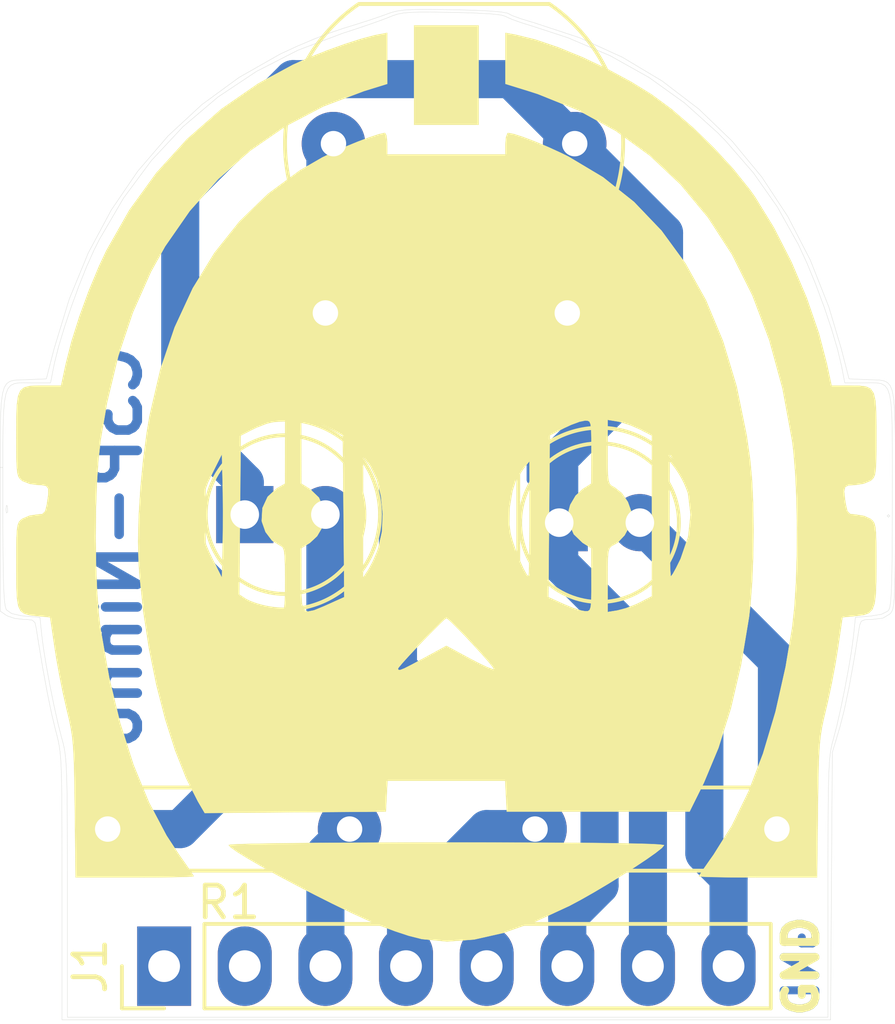
<source format=kicad_pcb>
(kicad_pcb (version 4) (host pcbnew 4.0.7-e2-6376~58~ubuntu16.04.1)

  (general
    (links 10)
    (no_connects 0)
    (area 137.377469 51.408999 165.983386 86.789619)
    (thickness 1.6)
    (drawings 5)
    (tracks 48)
    (zones 0)
    (modules 9)
    (nets 8)
  )

  (page A4)
  (layers
    (0 F.Cu signal)
    (31 B.Cu signal)
    (32 B.Adhes user)
    (33 F.Adhes user)
    (34 B.Paste user)
    (35 F.Paste user)
    (36 B.SilkS user hide)
    (37 F.SilkS user)
    (38 B.Mask user)
    (39 F.Mask user)
    (40 Dwgs.User user)
    (41 Cmts.User user)
    (42 Eco1.User user)
    (43 Eco2.User user)
    (44 Edge.Cuts user)
    (45 Margin user)
    (46 B.CrtYd user)
    (47 F.CrtYd user)
    (48 B.Fab user)
    (49 F.Fab user)
  )

  (setup
    (last_trace_width 1.2)
    (trace_clearance 0.2)
    (zone_clearance 0.508)
    (zone_45_only no)
    (trace_min 0.2)
    (segment_width 0.2)
    (edge_width 0.15)
    (via_size 0.6)
    (via_drill 0.4)
    (via_min_size 0.4)
    (via_min_drill 0.3)
    (uvia_size 0.3)
    (uvia_drill 0.1)
    (uvias_allowed no)
    (uvia_min_size 0.2)
    (uvia_min_drill 0.1)
    (pcb_text_width 0.3)
    (pcb_text_size 1.5 1.5)
    (mod_edge_width 0.15)
    (mod_text_size 1 1)
    (mod_text_width 0.15)
    (pad_size 2 2)
    (pad_drill 0.8)
    (pad_to_mask_clearance 0.2)
    (aux_axis_origin 0 0)
    (visible_elements FFFFFF7F)
    (pcbplotparams
      (layerselection 0x03030_80000001)
      (usegerberextensions false)
      (gerberprecision 5)
      (excludeedgelayer false)
      (linewidth 0.050000)
      (plotframeref false)
      (viasonmask false)
      (mode 1)
      (useauxorigin false)
      (hpglpennumber 1)
      (hpglpenspeed 20)
      (hpglpendiameter 15)
      (hpglpenoverlay 2)
      (psnegative false)
      (psa4output false)
      (plotreference true)
      (plotvalue true)
      (plotinvisibletext false)
      (padsonsilk false)
      (subtractmaskfromsilk false)
      (outputformat 1)
      (mirror false)
      (drillshape 0)
      (scaleselection 1)
      (outputdirectory gerber/))
  )

  (net 0 "")
  (net 1 GND)
  (net 2 "Net-(D1-Pad2)")
  (net 3 "Net-(D2-Pad2)")
  (net 4 "Net-(J1-Pad3)")
  (net 5 "Net-(J1-Pad4)")
  (net 6 "Net-(J1-Pad6)")
  (net 7 VCC)

  (net_class Default "This is the default net class."
    (clearance 0.2)
    (trace_width 1.2)
    (via_dia 0.6)
    (via_drill 0.4)
    (uvia_dia 0.3)
    (uvia_drill 0.1)
    (add_net GND)
    (add_net "Net-(D1-Pad2)")
    (add_net "Net-(D2-Pad2)")
    (add_net "Net-(J1-Pad3)")
    (add_net "Net-(J1-Pad4)")
    (add_net "Net-(J1-Pad6)")
    (add_net VCC)
  )

  (module Opto-Devices:Resistor_LDR_10x8.5_RM7.6 (layer F.Cu) (tedit 5A9B3790) (tstamp 5A9B2EAB)
    (at 148.082 56.134)
    (descr "Resistor, LDR 10x8.5mm")
    (tags "Resistor LDR10.8.5mm")
    (path /5A960676)
    (fp_text reference R4 (at 6.35 2.286) (layer F.SilkS)
      (effects (font (size 1 1) (thickness 0.15)))
    )
    (fp_text value LDR03 (at 3.7 5.2) (layer F.Fab)
      (effects (font (size 1 1) (thickness 0.15)))
    )
    (fp_line (start 0.8 4.4) (end 6.8 4.4) (layer F.SilkS) (width 0.12))
    (fp_line (start 0.8 -4.4) (end 6.8 -4.4) (layer F.SilkS) (width 0.12))
    (fp_line (start 2.9 -1.8) (end 4.7 -1.8) (layer F.Fab) (width 0.1))
    (fp_line (start 4.7 -1.8) (end 4.7 -1.2) (layer F.Fab) (width 0.1))
    (fp_line (start 4.7 -1.2) (end 2.9 -1.2) (layer F.Fab) (width 0.1))
    (fp_line (start 2.9 -1.2) (end 2.9 -0.6) (layer F.Fab) (width 0.1))
    (fp_line (start 2.9 -0.6) (end 4.7 -0.6) (layer F.Fab) (width 0.1))
    (fp_line (start 4.7 -0.6) (end 4.7 0) (layer F.Fab) (width 0.1))
    (fp_line (start 4.7 0) (end 2.9 0) (layer F.Fab) (width 0.1))
    (fp_line (start 2.9 0) (end 2.9 0.6) (layer F.Fab) (width 0.1))
    (fp_line (start 2.9 0.6) (end 4.7 0.6) (layer F.Fab) (width 0.1))
    (fp_line (start 4.7 0.6) (end 4.7 1.2) (layer F.Fab) (width 0.1))
    (fp_line (start 4.7 1.2) (end 2.9 1.2) (layer F.Fab) (width 0.1))
    (fp_line (start 2.9 1.2) (end 2.9 1.8) (layer F.Fab) (width 0.1))
    (fp_line (start 2.9 1.8) (end 4.7 1.8) (layer F.Fab) (width 0.1))
    (fp_line (start 6.8 4.25) (end 0.8 4.25) (layer F.Fab) (width 0.1))
    (fp_line (start 0.8 -4.25) (end 6.8 -4.25) (layer F.Fab) (width 0.1))
    (fp_line (start -1.65 -4.5) (end 9.25 -4.5) (layer F.CrtYd) (width 0.05))
    (fp_line (start -1.65 -4.5) (end -1.65 4.5) (layer F.CrtYd) (width 0.05))
    (fp_line (start 9.25 4.5) (end 9.25 -4.5) (layer F.CrtYd) (width 0.05))
    (fp_line (start 9.25 4.5) (end -1.65 4.5) (layer F.CrtYd) (width 0.05))
    (fp_arc (start 3.8 0) (end 0.8 4.4) (angle 111) (layer F.SilkS) (width 0.12))
    (fp_arc (start 3.8 0) (end 6.8 -4.4) (angle 111) (layer F.SilkS) (width 0.12))
    (fp_arc (start 3.8 0) (end 6.8 -4.25) (angle 109) (layer F.Fab) (width 0.1))
    (fp_arc (start 3.8 0) (end 0.8 4.25) (angle 109) (layer F.Fab) (width 0.1))
    (pad 1 thru_hole circle (at 0 0) (size 2 2) (drill 0.8) (layers *.Cu *.Mask)
      (net 6 "Net-(J1-Pad6)"))
    (pad 2 thru_hole circle (at 7.6 0) (size 2 2) (drill 0.8) (layers *.Cu *.Mask)
      (net 1 GND))
  )

  (module C3po:C3po_borda (layer F.Cu) (tedit 0) (tstamp 5A9B2AF5)
    (at 151.638 67.818)
    (fp_text reference C3P-Ninho (at 0 0) (layer F.SilkS) hide
      (effects (font (thickness 0.3)))
    )
    (fp_text value C3P-Ninho (at 0.75 0) (layer F.SilkS) hide
      (effects (font (thickness 0.3)))
    )
    (fp_poly (pts (xy -0.242398 -15.909297) (xy 0.195075 -15.902688) (xy 0.850009 -15.886539) (xy 1.361053 -15.862871)
      (xy 1.720746 -15.832211) (xy 1.921628 -15.795084) (xy 1.955704 -15.778653) (xy 2.090202 -15.71191)
      (xy 2.340583 -15.621249) (xy 2.658445 -15.5238) (xy 2.739204 -15.501358) (xy 4.189295 -15.023523)
      (xy 5.544059 -14.407203) (xy 6.7998 -13.656315) (xy 7.95282 -12.774773) (xy 8.999422 -11.766493)
      (xy 9.93591 -10.63539) (xy 10.758586 -9.385381) (xy 11.463754 -8.02038) (xy 12.047716 -6.544304)
      (xy 12.44056 -5.226525) (xy 12.685121 -4.275667) (xy 13.262153 -4.250193) (xy 13.472592 -4.244203)
      (xy 13.646551 -4.236671) (xy 13.787485 -4.212812) (xy 13.898845 -4.157845) (xy 13.984086 -4.056986)
      (xy 14.046659 -3.895452) (xy 14.090019 -3.658459) (xy 14.117619 -3.331225) (xy 14.132911 -2.898966)
      (xy 14.139349 -2.346899) (xy 14.140385 -1.660241) (xy 14.139474 -0.824209) (xy 14.139333 -0.494878)
      (xy 14.139064 0.361691) (xy 14.137754 1.064985) (xy 14.134655 1.631063) (xy 14.129017 2.075984)
      (xy 14.120091 2.415807) (xy 14.107126 2.666591) (xy 14.089374 2.844393) (xy 14.066084 2.965273)
      (xy 14.036507 3.04529) (xy 13.999894 3.100501) (xy 13.97 3.132667) (xy 13.751182 3.261882)
      (xy 13.423503 3.302) (xy 13.188906 3.310675) (xy 13.071846 3.359314) (xy 13.020635 3.481839)
      (xy 13.004219 3.577167) (xy 12.841813 4.583494) (xy 12.68492 5.446091) (xy 12.535139 6.156811)
      (xy 12.394072 6.707505) (xy 12.380136 6.754697) (xy 12.158783 7.493) (xy 12.131514 11.705167)
      (xy 12.104244 15.917333) (xy -12.107333 15.917333) (xy -12.107333 11.732443) (xy -12.107474 10.782712)
      (xy -12.108351 9.98584) (xy -12.110645 9.325354) (xy -12.115036 8.78478) (xy -12.122205 8.347644)
      (xy -12.132833 7.997473) (xy -12.1476 7.717792) (xy -12.167187 7.492129) (xy -12.192274 7.304009)
      (xy -12.223543 7.136959) (xy -12.261674 6.974504) (xy -12.307347 6.800171) (xy -12.311814 6.783475)
      (xy -12.433493 6.277872) (xy -12.567209 5.630655) (xy -12.707872 4.868677) (xy -12.850393 4.018787)
      (xy -12.919552 3.577167) (xy -12.959146 3.403731) (xy -13.042219 3.324479) (xy -13.222079 3.302778)
      (xy -13.319997 3.302) (xy -13.594768 3.270936) (xy -13.826782 3.193915) (xy -13.866494 3.170199)
      (xy -14.054666 3.038398) (xy -14.054666 -0.457345) (xy -14.055448 -1.353864) (xy -14.055462 -1.482292)
      (xy -13.970732 -1.482292) (xy -13.970025 -0.620962) (xy -13.97 -0.481849) (xy -13.968932 0.393233)
      (xy -13.965413 1.113359) (xy -13.958972 1.692896) (xy -13.949138 2.14621) (xy -13.935439 2.487667)
      (xy -13.917405 2.731633) (xy -13.894563 2.892476) (xy -13.866443 2.98456) (xy -13.855688 3.002633)
      (xy -13.694361 3.117005) (xy -13.399597 3.184678) (xy -13.27184 3.197902) (xy -12.802304 3.236839)
      (xy -12.744501 3.798586) (xy -12.687696 4.233285) (xy -12.598603 4.778687) (xy -12.48757 5.381619)
      (xy -12.364947 5.988906) (xy -12.241083 6.547374) (xy -12.126326 7.003849) (xy -12.107919 7.069397)
      (xy -12.068705 7.214397) (xy -12.036016 7.36269) (xy -12.009261 7.530523) (xy -11.987849 7.734144)
      (xy -11.971191 7.989801) (xy -11.958696 8.313742) (xy -11.949774 8.722215) (xy -11.943835 9.231468)
      (xy -11.940288 9.857749) (xy -11.938544 10.617305) (xy -11.938013 11.526384) (xy -11.938 11.74723)
      (xy -11.938 15.832667) (xy 12.022667 15.832667) (xy 12.022667 11.74723) (xy 12.023012 10.803206)
      (xy 12.024439 10.012266) (xy 12.02754 9.358163) (xy 12.032904 8.82465) (xy 12.041122 8.395477)
      (xy 12.052783 8.054397) (xy 12.068478 7.785163) (xy 12.088798 7.571527) (xy 12.114331 7.39724)
      (xy 12.145669 7.246055) (xy 12.183402 7.101723) (xy 12.192586 7.069397) (xy 12.304679 6.636282)
      (xy 12.427695 6.091851) (xy 12.551284 5.489279) (xy 12.665097 4.88174) (xy 12.758784 4.322408)
      (xy 12.821998 3.864456) (xy 12.829168 3.798586) (xy 12.886971 3.236839) (xy 13.356507 3.197902)
      (xy 13.706845 3.141231) (xy 13.9089 3.038966) (xy 13.9373 3.006811) (xy 13.966704 2.932069)
      (xy 13.990823 2.786693) (xy 14.010101 2.556869) (xy 14.024984 2.228784) (xy 14.035916 1.788624)
      (xy 14.04334 1.222575) (xy 14.047703 0.516824) (xy 14.049448 -0.342443) (xy 14.04951 -0.479773)
      (xy 14.050419 -1.364854) (xy 14.050139 -2.095386) (xy 14.044987 -2.686132) (xy 14.03128 -3.151859)
      (xy 14.005334 -3.507332) (xy 13.963467 -3.767315) (xy 13.901996 -3.946574) (xy 13.817238 -4.059873)
      (xy 13.705509 -4.121979) (xy 13.563128 -4.147655) (xy 13.38641 -4.151668) (xy 13.171673 -4.148782)
      (xy 13.134349 -4.148667) (xy 12.552698 -4.148667) (xy 12.449221 -4.677834) (xy 12.320877 -5.215356)
      (xy 12.130973 -5.855787) (xy 11.896288 -6.551907) (xy 11.633597 -7.256502) (xy 11.359678 -7.922353)
      (xy 11.091307 -8.502245) (xy 11.087933 -8.509) (xy 10.427891 -9.688911) (xy 9.673717 -10.762949)
      (xy 8.791938 -11.777495) (xy 8.551334 -12.023568) (xy 7.509094 -12.962141) (xy 6.385724 -13.768354)
      (xy 5.166635 -14.450613) (xy 3.837241 -15.017322) (xy 2.72318 -15.381997) (xy 2.381608 -15.487649)
      (xy 2.09514 -15.588732) (xy 1.908623 -15.668915) (xy 1.871038 -15.692299) (xy 1.732598 -15.7341)
      (xy 1.430372 -15.768754) (xy 0.969771 -15.795858) (xy 0.356207 -15.815008) (xy 0.182802 -15.818447)
      (xy -0.382677 -15.826932) (xy -0.807893 -15.827904) (xy -1.12183 -15.819309) (xy -1.353468 -15.799093)
      (xy -1.531791 -15.765202) (xy -1.685781 -15.715582) (xy -1.772902 -15.679851) (xy -2.000915 -15.590732)
      (xy -2.346045 -15.467201) (xy -2.763606 -15.324795) (xy -3.208916 -15.17905) (xy -3.262871 -15.161827)
      (xy -4.672952 -14.628323) (xy -5.983829 -13.958141) (xy -7.192205 -13.154159) (xy -8.294782 -12.219256)
      (xy -9.288263 -11.156308) (xy -10.16935 -9.968194) (xy -10.934746 -8.657792) (xy -11.104282 -8.318348)
      (xy -11.333492 -7.806345) (xy -11.575256 -7.200846) (xy -11.813314 -6.548823) (xy -12.031406 -5.897248)
      (xy -12.21327 -5.293091) (xy -12.342647 -4.783326) (xy -12.364554 -4.677833) (xy -12.468031 -4.148667)
      (xy -13.049682 -4.148667) (xy -13.271746 -4.151249) (xy -13.455022 -4.149147) (xy -13.603217 -4.127591)
      (xy -13.720038 -4.071809) (xy -13.809193 -3.967032) (xy -13.874389 -3.798488) (xy -13.919332 -3.551407)
      (xy -13.947731 -3.211017) (xy -13.963293 -2.762549) (xy -13.969724 -2.191231) (xy -13.970732 -1.482292)
      (xy -14.055462 -1.482292) (xy -14.05553 -2.095778) (xy -14.05151 -2.697792) (xy -14.039984 -3.174612)
      (xy -14.017554 -3.540946) (xy -13.980818 -3.811498) (xy -13.926375 -4.000976) (xy -13.850823 -4.124085)
      (xy -13.750762 -4.195532) (xy -13.622791 -4.230023) (xy -13.463507 -4.242263) (xy -13.269511 -4.24696)
      (xy -13.177486 -4.250193) (xy -12.600454 -4.275667) (xy -12.355893 -5.226525) (xy -11.877253 -6.792598)
      (xy -11.276249 -8.249351) (xy -10.55561 -9.593235) (xy -9.718068 -10.820701) (xy -8.766353 -11.9282)
      (xy -7.703194 -12.912185) (xy -6.531322 -13.769106) (xy -5.253467 -14.495416) (xy -5.207 -14.518356)
      (xy -4.714706 -14.746976) (xy -4.179176 -14.973999) (xy -3.663784 -15.173737) (xy -3.231906 -15.320499)
      (xy -3.217333 -15.324884) (xy -2.797256 -15.454116) (xy -2.38588 -15.586898) (xy -2.041914 -15.703997)
      (xy -1.887629 -15.760528) (xy -1.718358 -15.81994) (xy -1.545735 -15.86287) (xy -1.340794 -15.891293)
      (xy -1.074568 -15.907187) (xy -0.718092 -15.912529) (xy -0.242398 -15.909297)) (layer Edge.Cuts) (width 0.01))
    (fp_poly (pts (xy 13.97 0.042333) (xy 13.927667 0.084667) (xy 13.885334 0.042333) (xy 13.927667 0)
      (xy 13.97 0.042333)) (layer Edge.Cuts) (width 0.01))
    (fp_poly (pts (xy -13.82926 -0.275167) (xy -13.818077 -0.101825) (xy -13.82926 -0.0635) (xy -13.860163 -0.052864)
      (xy -13.871965 -0.169333) (xy -13.858659 -0.289529) (xy -13.82926 -0.275167)) (layer Edge.Cuts) (width 0.01))
  )

  (module C3po:C3po_silk (layer F.Cu) (tedit 0) (tstamp 5A9B2B20)
    (at 151.638 66.802)
    (fp_text reference G*** (at 0 0) (layer F.SilkS) hide
      (effects (font (thickness 0.3)))
    )
    (fp_text value LOGO (at 0.75 0) (layer F.SilkS) hide
      (effects (font (thickness 0.3)))
    )
    (fp_poly (pts (xy 1.408809 11.346289) (xy 2.650488 11.349174) (xy 3.727229 11.354017) (xy 4.641224 11.360846)
      (xy 5.394665 11.369688) (xy 5.989745 11.380573) (xy 6.428656 11.393527) (xy 6.71359 11.408579)
      (xy 6.84674 11.425758) (xy 6.858 11.433015) (xy 6.788552 11.517002) (xy 6.596383 11.669543)
      (xy 6.30575 11.875113) (xy 5.940916 12.118184) (xy 5.52614 12.383227) (xy 5.085681 12.654715)
      (xy 4.6438 12.917121) (xy 4.224757 13.154916) (xy 3.882776 13.337318) (xy 2.803667 13.837075)
      (xy 1.803603 14.190849) (xy 0.87747 14.399593) (xy 0.020152 14.464259) (xy -0.773467 14.385802)
      (xy -1.185333 14.28178) (xy -1.612375 14.140912) (xy -2.035477 13.982797) (xy -2.486332 13.79362)
      (xy -2.996631 13.559563) (xy -3.598066 13.266813) (xy -4.148666 12.989938) (xy -4.77573 12.666375)
      (xy -5.35092 12.359634) (xy -5.857346 12.079483) (xy -6.278116 11.835689) (xy -6.59634 11.638019)
      (xy -6.795124 11.49624) (xy -6.858 11.423303) (xy -6.774747 11.409523) (xy -6.530636 11.396817)
      (xy -6.134142 11.38528) (xy -5.593736 11.375008) (xy -4.917892 11.366099) (xy -4.115083 11.358648)
      (xy -3.193783 11.352752) (xy -2.162463 11.348507) (xy -1.029599 11.34601) (xy 0 11.345333)
      (xy 1.408809 11.346289)) (layer F.SilkS) (width 0.01))
    (fp_poly (pts (xy -1.862666 -12.550624) (xy -2.6035 -12.321296) (xy -3.873593 -11.840878) (xy -5.068187 -11.213482)
      (xy -6.175717 -10.448927) (xy -7.18462 -9.557033) (xy -8.083335 -8.547621) (xy -8.860297 -7.43051)
      (xy -9.30556 -6.62952) (xy -9.872832 -5.353039) (xy -10.33264 -3.982116) (xy -10.690065 -2.499731)
      (xy -10.892883 -1.312333) (xy -10.961621 -0.689519) (xy -11.010171 0.055804) (xy -11.038533 0.880977)
      (xy -11.046711 1.743342) (xy -11.034703 2.600238) (xy -11.002513 3.409008) (xy -10.950142 4.126992)
      (xy -10.89269 4.614333) (xy -10.619336 6.157166) (xy -10.271009 7.590723) (xy -9.851437 8.90428)
      (xy -9.36435 10.087113) (xy -8.813478 11.128499) (xy -8.417595 11.731972) (xy -8.217672 12.01436)
      (xy -8.061824 12.241606) (xy -7.971999 12.38134) (xy -7.958667 12.408811) (xy -8.039302 12.419622)
      (xy -8.265084 12.429197) (xy -8.61183 12.437052) (xy -9.055354 12.442705) (xy -9.571473 12.445671)
      (xy -9.818591 12.446) (xy -11.678515 12.446) (xy -11.70462 10.265833) (xy -11.71372 9.587878)
      (xy -11.724444 9.050637) (xy -11.739153 8.625492) (xy -11.760211 8.283824) (xy -11.789977 7.997017)
      (xy -11.830814 7.736452) (xy -11.885083 7.47351) (xy -11.955147 7.179575) (xy -11.961389 7.154333)
      (xy -12.076102 6.6509) (xy -12.193125 6.07036) (xy -12.294646 5.503743) (xy -12.336508 5.237259)
      (xy -12.480965 4.251518) (xy -12.884007 4.21279) (xy -13.119012 4.186054) (xy -13.290629 4.141762)
      (xy -13.408821 4.055955) (xy -13.48355 3.904673) (xy -13.52478 3.663954) (xy -13.542471 3.30984)
      (xy -13.546589 2.818369) (xy -13.546666 2.6191) (xy -13.545594 2.114303) (xy -13.540066 1.751742)
      (xy -13.526617 1.504321) (xy -13.501782 1.344946) (xy -13.462096 1.246523) (xy -13.404093 1.181956)
      (xy -13.358494 1.147801) (xy -13.134343 1.051036) (xy -12.903906 1.016) (xy -12.72574 0.998328)
      (xy -12.636551 0.91237) (xy -12.586708 0.708712) (xy -12.58501 0.6985) (xy -12.539099 0.384102)
      (xy -12.540968 0.200714) (xy -12.605825 0.113175) (xy -12.748876 0.086324) (xy -12.850494 0.084667)
      (xy -13.11702 0.04965) (xy -13.341117 -0.035791) (xy -13.358494 -0.047134) (xy -13.430189 -0.105259)
      (xy -13.480912 -0.181195) (xy -13.514281 -0.30251) (xy -13.533916 -0.49677) (xy -13.543436 -0.791541)
      (xy -13.54646 -1.21439) (xy -13.546666 -1.48042) (xy -13.544671 -2.030544) (xy -13.530584 -2.434055)
      (xy -13.492256 -2.713674) (xy -13.417536 -2.892123) (xy -13.294274 -2.992121) (xy -13.110319 -3.036389)
      (xy -12.853521 -3.047649) (xy -12.708371 -3.048) (xy -12.136171 -3.048) (xy -11.989151 -3.732166)
      (xy -11.808259 -4.440635) (xy -11.557957 -5.232096) (xy -11.259701 -6.046653) (xy -10.934947 -6.82441)
      (xy -10.711877 -7.297794) (xy -9.984897 -8.575894) (xy -9.133089 -9.751168) (xy -8.166407 -10.813713)
      (xy -7.094805 -11.753624) (xy -5.928237 -12.561) (xy -4.820853 -13.158808) (xy -4.32026 -13.380603)
      (xy -3.766376 -13.600759) (xy -3.207182 -13.802234) (xy -2.690664 -13.967986) (xy -2.264803 -14.080973)
      (xy -2.168638 -14.100778) (xy -1.862666 -14.158179) (xy -1.862666 -12.550624)) (layer F.SilkS) (width 0.01))
    (fp_poly (pts (xy 2.180167 -14.100362) (xy 2.805114 -13.946836) (xy 3.521876 -13.703935) (xy 4.290844 -13.389061)
      (xy 5.072406 -13.019615) (xy 5.826952 -12.612999) (xy 6.47334 -12.214334) (xy 7.104409 -11.748384)
      (xy 7.771206 -11.173893) (xy 8.431559 -10.532668) (xy 9.043296 -9.866519) (xy 9.564244 -9.217256)
      (xy 9.724555 -8.991127) (xy 10.321482 -8.019876) (xy 10.871907 -6.942859) (xy 11.352862 -5.813412)
      (xy 11.74138 -4.684872) (xy 11.989151 -3.732166) (xy 12.136171 -3.048) (xy 12.708371 -3.048)
      (xy 13.002561 -3.044269) (xy 13.218347 -3.017927) (xy 13.367879 -2.946255) (xy 13.463308 -2.806532)
      (xy 13.516784 -2.576036) (xy 13.540458 -2.232047) (xy 13.546479 -1.751845) (xy 13.546667 -1.48042)
      (xy 13.545524 -0.983745) (xy 13.539681 -0.628832) (xy 13.52552 -0.388117) (xy 13.499422 -0.234033)
      (xy 13.457767 -0.139014) (xy 13.396937 -0.075492) (xy 13.358495 -0.047134) (xy 13.146126 0.042099)
      (xy 12.878716 0.084179) (xy 12.850495 0.084667) (xy 12.664225 0.094797) (xy 12.563495 0.148631)
      (xy 12.533098 0.281329) (xy 12.557827 0.528052) (xy 12.58501 0.6985) (xy 12.634359 0.907347)
      (xy 12.721257 0.996705) (xy 12.895334 1.015987) (xy 12.903906 1.016) (xy 13.160245 1.058546)
      (xy 13.358495 1.147801) (xy 13.430432 1.20617) (xy 13.481245 1.282462) (xy 13.514594 1.404373)
      (xy 13.534142 1.599598) (xy 13.543552 1.895835) (xy 13.546484 2.320779) (xy 13.546667 2.570952)
      (xy 13.54361 3.124397) (xy 13.528267 3.53206) (xy 13.491376 3.817465) (xy 13.42368 4.004136)
      (xy 13.315917 4.115598) (xy 13.158828 4.175374) (xy 12.943152 4.206988) (xy 12.901029 4.211155)
      (xy 12.480965 4.251518) (xy 12.336508 5.237259) (xy 12.250643 5.758899) (xy 12.139721 6.343289)
      (xy 12.021554 6.8994) (xy 11.961389 7.154333) (xy 11.889985 7.451915) (xy 11.83456 7.716255)
      (xy 11.792754 7.975972) (xy 11.762203 8.259682) (xy 11.740547 8.596004) (xy 11.725425 9.013556)
      (xy 11.714473 9.540956) (xy 11.705331 10.206822) (xy 11.704621 10.265833) (xy 11.678515 12.446)
      (xy 9.818591 12.446) (xy 9.277904 12.444388) (xy 8.799031 12.439873) (xy 8.406155 12.43294)
      (xy 8.123462 12.424072) (xy 7.975135 12.413752) (xy 7.958667 12.408811) (xy 8.004785 12.328314)
      (xy 8.128489 12.143261) (xy 8.307801 11.886067) (xy 8.416504 11.733493) (xy 8.995218 10.811485)
      (xy 9.516964 9.74326) (xy 9.976549 8.543824) (xy 10.36878 7.228183) (xy 10.688464 5.811342)
      (xy 10.894609 4.571937) (xy 10.964639 3.923297) (xy 11.013143 3.153114) (xy 11.040142 2.305562)
      (xy 11.045657 1.424813) (xy 11.029711 0.555041) (xy 10.992324 -0.259581) (xy 10.93352 -0.97488)
      (xy 10.891713 -1.312333) (xy 10.588576 -2.955826) (xy 10.170545 -4.482465) (xy 9.639237 -5.890097)
      (xy 8.996274 -7.176573) (xy 8.243275 -8.339741) (xy 7.381861 -9.377448) (xy 6.413649 -10.287544)
      (xy 5.340261 -11.067877) (xy 4.163316 -11.716296) (xy 2.884434 -12.23065) (xy 2.6035 -12.321296)
      (xy 1.862667 -12.550624) (xy 1.862667 -14.158179) (xy 2.180167 -14.100362)) (layer F.SilkS) (width 0.01))
    (fp_poly (pts (xy 2.12817 -10.97146) (xy 2.423417 -10.875696) (xy 2.795162 -10.734158) (xy 3.205828 -10.561629)
      (xy 3.617842 -10.372892) (xy 3.850763 -10.257664) (xy 4.935235 -9.610129) (xy 5.910917 -8.833108)
      (xy 6.777476 -7.927158) (xy 7.534579 -6.892835) (xy 8.181893 -5.730695) (xy 8.719085 -4.441294)
      (xy 9.145822 -3.025189) (xy 9.461771 -1.482936) (xy 9.574024 -0.697632) (xy 9.631414 -0.066891)
      (xy 9.665785 0.681499) (xy 9.677519 1.49748) (xy 9.666995 2.330993) (xy 9.634595 3.131979)
      (xy 9.580699 3.850379) (xy 9.536522 4.233333) (xy 9.285611 5.742294) (xy 8.963282 7.122213)
      (xy 8.572012 8.364128) (xy 8.114281 9.459079) (xy 8.061385 9.567333) (xy 7.662334 10.371667)
      (xy 1.905 10.371667) (xy 1.879608 9.884833) (xy 1.854216 9.398) (xy -1.854216 9.398)
      (xy -1.879608 9.884833) (xy -1.905 10.371667) (xy -4.758274 10.393954) (xy -7.611548 10.416242)
      (xy -7.826899 10.048773) (xy -8.198671 9.316972) (xy -8.545294 8.443452) (xy -8.860159 7.454808)
      (xy -9.136655 6.377638) (xy -9.240099 5.868675) (xy -1.524 5.868675) (xy -1.510081 5.910775)
      (xy -1.451637 5.911581) (xy -1.323636 5.860927) (xy -1.101046 5.748648) (xy -0.758835 5.564576)
      (xy -0.710772 5.538396) (xy 0.00152 5.150125) (xy 0.729304 5.54363) (xy 1.043193 5.706502)
      (xy 1.2992 5.826499) (xy 1.463138 5.888301) (xy 1.503616 5.890606) (xy 1.463922 5.819594)
      (xy 1.331321 5.656191) (xy 1.131937 5.428444) (xy 0.891893 5.1644) (xy 0.637313 4.892108)
      (xy 0.39432 4.639615) (xy 0.189039 4.434968) (xy 0.047592 4.306216) (xy 0 4.276253)
      (xy -0.075186 4.334257) (xy -0.237366 4.488602) (xy -0.459198 4.710717) (xy -0.713343 4.972038)
      (xy -0.97246 5.243994) (xy -1.20921 5.49802) (xy -1.396253 5.705548) (xy -1.506247 5.838009)
      (xy -1.524 5.868675) (xy -9.240099 5.868675) (xy -9.368171 5.238538) (xy -9.548095 4.064103)
      (xy -9.602539 3.534895) (xy -6.52182 3.534895) (xy -6.300884 3.679658) (xy -5.999102 3.842031)
      (xy -5.656693 3.975142) (xy -5.350978 4.050598) (xy -5.2705 4.058034) (xy -5.190046 4.054342)
      (xy -5.136185 4.018539) (xy -5.103583 3.922507) (xy -5.086908 3.73813) (xy -5.080825 3.437291)
      (xy -5.08 3.053705) (xy -5.082407 2.622026) (xy -5.092502 2.330372) (xy -5.114591 2.149465)
      (xy -5.152982 2.050032) (xy -5.211984 2.002796) (xy -5.235942 1.993917) (xy -5.489683 1.835089)
      (xy -5.695476 1.563965) (xy -5.81134 1.237473) (xy -5.815907 1.207435) (xy -5.792816 0.809125)
      (xy -5.629377 0.456023) (xy -5.347524 0.194229) (xy -5.328547 0.183126) (xy -5.08107 0.042333)
      (xy -5.080002 -1.966179) (xy -4.572 -1.966179) (xy -4.568738 -0.961923) (xy -4.565477 0.042333)
      (xy -4.293572 0.213027) (xy -4.0156 0.480256) (xy -3.863449 0.829696) (xy -3.852031 1.215606)
      (xy -3.903937 1.408421) (xy -4.072468 1.695668) (xy -4.296874 1.905) (xy -4.565477 2.074333)
      (xy -4.568738 3.069167) (xy -4.567165 3.529722) (xy -4.545831 3.838605) (xy -4.485147 4.013479)
      (xy -4.365522 4.072004) (xy -4.167369 4.031843) (xy -3.871098 3.910657) (xy -3.71353 3.840222)
      (xy -3.214886 3.616444) (xy -3.214896 3.615225) (xy 3.214888 3.615225) (xy 3.702944 3.837991)
      (xy 3.99202 3.956767) (xy 4.245326 4.038214) (xy 4.3815 4.062379) (xy 4.462449 4.056713)
      (xy 4.516328 4.019106) (xy 4.548503 3.921101) (xy 4.564337 3.734241) (xy 4.569195 3.430069)
      (xy 4.568739 3.069167) (xy 4.565477 2.074333) (xy 4.293572 1.90364) (xy 4.0156 1.636411)
      (xy 3.86345 1.28697) (xy 3.852031 0.90106) (xy 3.903937 0.708246) (xy 4.072468 0.420998)
      (xy 4.296874 0.211667) (xy 4.565477 0.042333) (xy 4.568739 -0.9525) (xy 4.568741 -0.956002)
      (xy 5.08 -0.956002) (xy 5.081245 -0.527726) (xy 5.088923 -0.237779) (xy 5.108952 -0.055159)
      (xy 5.14725 0.051138) (xy 5.209734 0.112115) (xy 5.291861 0.154016) (xy 5.52497 0.336157)
      (xy 5.718045 0.618677) (xy 5.829192 0.932634) (xy 5.841367 1.058333) (xy 5.777565 1.364817)
      (xy 5.614086 1.669073) (xy 5.392824 1.902159) (xy 5.291861 1.96265) (xy 5.202452 2.009341)
      (xy 5.142573 2.073354) (xy 5.106305 2.185694) (xy 5.087732 2.377363) (xy 5.080937 2.679364)
      (xy 5.08 3.072668) (xy 5.08 4.086156) (xy 5.393686 4.035252) (xy 5.663376 3.963508)
      (xy 5.974814 3.84248) (xy 6.092186 3.786315) (xy 6.477 3.588283) (xy 6.477 1.037167)
      (xy 7.029976 1.037167) (xy 7.031181 1.587867) (xy 7.036005 2.077175) (xy 7.043904 2.481326)
      (xy 7.054334 2.776554) (xy 7.06675 2.939097) (xy 7.074115 2.963333) (xy 7.129982 2.892512)
      (xy 7.234048 2.705674) (xy 7.365104 2.441261) (xy 7.382353 2.404614) (xy 7.617499 1.71765)
      (xy 7.693557 1.018912) (xy 7.611632 0.331849) (xy 7.372826 -0.320091) (xy 7.243299 -0.550333)
      (xy 7.032618 -0.889) (xy 7.029976 1.037167) (xy 6.477 1.037167) (xy 6.477 -1.471617)
      (xy 6.092186 -1.669649) (xy 5.794027 -1.800279) (xy 5.494313 -1.897058) (xy 5.393686 -1.918585)
      (xy 5.08 -1.969489) (xy 5.08 -0.956002) (xy 4.568741 -0.956002) (xy 4.56902 -1.375289)
      (xy 4.562876 -1.657262) (xy 4.544767 -1.826937) (xy 4.509156 -1.912829) (xy 4.450502 -1.943455)
      (xy 4.375516 -1.947333) (xy 4.195004 -1.909872) (xy 3.932474 -1.81304) (xy 3.719349 -1.7145)
      (xy 3.259667 -1.481667) (xy 3.237278 1.066779) (xy 3.214888 3.615225) (xy -3.214896 3.615225)
      (xy -3.220254 3.005667) (xy -2.623551 3.005667) (xy -2.455241 2.751667) (xy -2.326383 2.516319)
      (xy -2.193924 2.212962) (xy -2.14301 2.074333) (xy -2.028527 1.559691) (xy -2.017872 1.325952)
      (xy 1.985437 1.325952) (xy 2.025625 1.622705) (xy 2.093313 1.870693) (xy 2.195603 2.165532)
      (xy 2.314623 2.464664) (xy 2.432504 2.725527) (xy 2.531372 2.905561) (xy 2.588561 2.963333)
      (xy 2.598913 2.882673) (xy 2.607938 2.656711) (xy 2.615199 2.30948) (xy 2.620261 1.865007)
      (xy 2.622685 1.347325) (xy 2.622784 1.0795) (xy 2.620902 -0.804333) (xy 2.455323 -0.592667)
      (xy 2.240183 -0.213683) (xy 2.082732 0.270693) (xy 1.994104 0.803044) (xy 1.985437 1.325952)
      (xy -2.017872 1.325952) (xy -2.002747 0.9942) (xy -2.059919 0.426976) (xy -2.194292 -0.092861)
      (xy -2.400112 -0.516194) (xy -2.455322 -0.592667) (xy -2.620901 -0.804333) (xy -2.623551 3.005667)
      (xy -3.220254 3.005667) (xy -3.259666 -1.478436) (xy -3.598333 -1.663839) (xy -3.890496 -1.796669)
      (xy -4.191088 -1.893979) (xy -4.2545 -1.90771) (xy -4.572 -1.966179) (xy -5.080002 -1.966179)
      (xy -5.08 -1.969489) (xy -5.393686 -1.918585) (xy -5.663384 -1.846846) (xy -5.974828 -1.725833)
      (xy -6.092186 -1.669685) (xy -6.477 -1.471689) (xy -6.52182 3.534895) (xy -9.602539 3.534895)
      (xy -9.669818 2.88093) (xy -9.693285 2.54) (xy -9.710661 1.852125) (xy -9.690717 1.058333)
      (xy -7.662333 1.058333) (xy -7.656648 1.442965) (xy -7.630251 1.722453) (xy -7.569131 1.960855)
      (xy -7.459273 2.22223) (xy -7.366 2.413) (xy -7.069666 3.005667) (xy -7.045772 2.006056)
      (xy -7.037791 1.478654) (xy -7.036075 0.887186) (xy -7.040622 0.323203) (xy -7.045772 0.058723)
      (xy -7.069666 -0.889) (xy -7.366 -0.296333) (xy -7.511157 0.0086) (xy -7.599316 0.252795)
      (xy -7.64449 0.50031) (xy -7.66069 0.815203) (xy -7.662333 1.058333) (xy -9.690717 1.058333)
      (xy -9.690497 1.049613) (xy -9.636455 0.182073) (xy -9.552196 -0.700889) (xy -9.441383 -1.549664)
      (xy -9.351685 -2.087661) (xy -9.013985 -3.538867) (xy -8.558323 -4.882421) (xy -7.987803 -6.113674)
      (xy -7.305533 -7.227976) (xy -6.514618 -8.220677) (xy -5.618164 -9.087129) (xy -4.619278 -9.82268)
      (xy -3.911627 -10.23095) (xy -3.574288 -10.395333) (xy -3.188852 -10.566062) (xy -2.794421 -10.727812)
      (xy -2.430096 -10.865256) (xy -2.134978 -10.963068) (xy -1.948167 -11.005924) (xy -1.932504 -11.006667)
      (xy -1.888763 -10.93152) (xy -1.864442 -10.743805) (xy -1.862666 -10.668) (xy -1.862666 -10.329333)
      (xy 1.862667 -10.329333) (xy 1.862667 -10.668) (xy 1.88137 -10.880075) (xy 1.928094 -10.998032)
      (xy 1.946996 -11.006667) (xy 2.12817 -10.97146)) (layer F.SilkS) (width 0.01))
    (fp_poly (pts (xy 1.016 -11.260667) (xy -1.016 -11.260667) (xy -1.016 -14.393333) (xy 1.016 -14.393333)
      (xy 1.016 -11.260667)) (layer F.SilkS) (width 0.01))
  )

  (module LEDs:LED_D5.0mm (layer F.Cu) (tedit 5995936A) (tstamp 5A9B2DB7)
    (at 145.288 67.818)
    (descr "LED, diameter 5.0mm, 2 pins, http://cdn-reichelt.de/documents/datenblatt/A500/LL-504BC2E-009.pdf")
    (tags "LED diameter 5.0mm 2 pins")
    (path /5A95ED7A)
    (fp_text reference D1 (at 1.27 -3.96) (layer F.SilkS)
      (effects (font (size 1 1) (thickness 0.15)))
    )
    (fp_text value LED (at 1.27 3.96) (layer F.Fab)
      (effects (font (size 1 1) (thickness 0.15)))
    )
    (fp_arc (start 1.27 0) (end -1.23 -1.469694) (angle 299.1) (layer F.Fab) (width 0.1))
    (fp_arc (start 1.27 0) (end -1.29 -1.54483) (angle 148.9) (layer F.SilkS) (width 0.12))
    (fp_arc (start 1.27 0) (end -1.29 1.54483) (angle -148.9) (layer F.SilkS) (width 0.12))
    (fp_circle (center 1.27 0) (end 3.77 0) (layer F.Fab) (width 0.1))
    (fp_circle (center 1.27 0) (end 3.77 0) (layer F.SilkS) (width 0.12))
    (fp_line (start -1.23 -1.469694) (end -1.23 1.469694) (layer F.Fab) (width 0.1))
    (fp_line (start -1.29 -1.545) (end -1.29 1.545) (layer F.SilkS) (width 0.12))
    (fp_line (start -1.95 -3.25) (end -1.95 3.25) (layer F.CrtYd) (width 0.05))
    (fp_line (start -1.95 3.25) (end 4.5 3.25) (layer F.CrtYd) (width 0.05))
    (fp_line (start 4.5 3.25) (end 4.5 -3.25) (layer F.CrtYd) (width 0.05))
    (fp_line (start 4.5 -3.25) (end -1.95 -3.25) (layer F.CrtYd) (width 0.05))
    (fp_text user %R (at 1.25 0) (layer F.Fab)
      (effects (font (size 0.8 0.8) (thickness 0.2)))
    )
    (pad 1 thru_hole rect (at 0 0) (size 1.8 1.8) (drill 0.9) (layers *.Cu *.Mask)
      (net 1 GND))
    (pad 2 thru_hole circle (at 2.54 0) (size 1.8 1.8) (drill 0.9) (layers *.Cu *.Mask)
      (net 2 "Net-(D1-Pad2)"))
    (model ${KISYS3DMOD}/LEDs.3dshapes/LED_D5.0mm.wrl
      (at (xyz 0 0 0))
      (scale (xyz 0.393701 0.393701 0.393701))
      (rotate (xyz 0 0 0))
    )
  )

  (module LEDs:LED_D5.0mm (layer F.Cu) (tedit 5995936A) (tstamp 5A9B2DC9)
    (at 155.194 68.072)
    (descr "LED, diameter 5.0mm, 2 pins, http://cdn-reichelt.de/documents/datenblatt/A500/LL-504BC2E-009.pdf")
    (tags "LED diameter 5.0mm 2 pins")
    (path /5A95EBFE)
    (fp_text reference D2 (at 1.27 -3.96) (layer F.SilkS)
      (effects (font (size 1 1) (thickness 0.15)))
    )
    (fp_text value LED (at 1.27 3.96) (layer F.Fab)
      (effects (font (size 1 1) (thickness 0.15)))
    )
    (fp_arc (start 1.27 0) (end -1.23 -1.469694) (angle 299.1) (layer F.Fab) (width 0.1))
    (fp_arc (start 1.27 0) (end -1.29 -1.54483) (angle 148.9) (layer F.SilkS) (width 0.12))
    (fp_arc (start 1.27 0) (end -1.29 1.54483) (angle -148.9) (layer F.SilkS) (width 0.12))
    (fp_circle (center 1.27 0) (end 3.77 0) (layer F.Fab) (width 0.1))
    (fp_circle (center 1.27 0) (end 3.77 0) (layer F.SilkS) (width 0.12))
    (fp_line (start -1.23 -1.469694) (end -1.23 1.469694) (layer F.Fab) (width 0.1))
    (fp_line (start -1.29 -1.545) (end -1.29 1.545) (layer F.SilkS) (width 0.12))
    (fp_line (start -1.95 -3.25) (end -1.95 3.25) (layer F.CrtYd) (width 0.05))
    (fp_line (start -1.95 3.25) (end 4.5 3.25) (layer F.CrtYd) (width 0.05))
    (fp_line (start 4.5 3.25) (end 4.5 -3.25) (layer F.CrtYd) (width 0.05))
    (fp_line (start 4.5 -3.25) (end -1.95 -3.25) (layer F.CrtYd) (width 0.05))
    (fp_text user %R (at 1.25 0) (layer F.Fab)
      (effects (font (size 0.8 0.8) (thickness 0.2)))
    )
    (pad 1 thru_hole rect (at 0 0) (size 1.8 1.8) (drill 0.9) (layers *.Cu *.Mask)
      (net 1 GND))
    (pad 2 thru_hole circle (at 2.54 0) (size 1.8 1.8) (drill 0.9) (layers *.Cu *.Mask)
      (net 3 "Net-(D2-Pad2)"))
    (model ${KISYS3DMOD}/LEDs.3dshapes/LED_D5.0mm.wrl
      (at (xyz 0 0 0))
      (scale (xyz 0.393701 0.393701 0.393701))
      (rotate (xyz 0 0 0))
    )
  )

  (module Resistors_ThroughHole:R_Axial_DIN0207_L6.3mm_D2.5mm_P7.62mm_Horizontal (layer F.Cu) (tedit 5A9B3752) (tstamp 5A9B2E60)
    (at 148.59 77.724 180)
    (descr "Resistor, Axial_DIN0207 series, Axial, Horizontal, pin pitch=7.62mm, 0.25W = 1/4W, length*diameter=6.3*2.5mm^2, http://cdn-reichelt.de/documents/datenblatt/B400/1_4W%23YAG.pdf")
    (tags "Resistor Axial_DIN0207 series Axial Horizontal pin pitch 7.62mm 0.25W = 1/4W length 6.3mm diameter 2.5mm")
    (path /5A95F4FA)
    (fp_text reference R1 (at 3.81 -2.31 180) (layer F.SilkS)
      (effects (font (size 1 1) (thickness 0.15)))
    )
    (fp_text value R (at 3.81 2.31 180) (layer F.Fab)
      (effects (font (size 1 1) (thickness 0.15)))
    )
    (fp_line (start 0.66 -1.25) (end 0.66 1.25) (layer F.Fab) (width 0.1))
    (fp_line (start 0.66 1.25) (end 6.96 1.25) (layer F.Fab) (width 0.1))
    (fp_line (start 6.96 1.25) (end 6.96 -1.25) (layer F.Fab) (width 0.1))
    (fp_line (start 6.96 -1.25) (end 0.66 -1.25) (layer F.Fab) (width 0.1))
    (fp_line (start 0 0) (end 0.66 0) (layer F.Fab) (width 0.1))
    (fp_line (start 7.62 0) (end 6.96 0) (layer F.Fab) (width 0.1))
    (fp_line (start 0.6 -0.98) (end 0.6 -1.31) (layer F.SilkS) (width 0.12))
    (fp_line (start 0.6 -1.31) (end 7.02 -1.31) (layer F.SilkS) (width 0.12))
    (fp_line (start 7.02 -1.31) (end 7.02 -0.98) (layer F.SilkS) (width 0.12))
    (fp_line (start 0.6 0.98) (end 0.6 1.31) (layer F.SilkS) (width 0.12))
    (fp_line (start 0.6 1.31) (end 7.02 1.31) (layer F.SilkS) (width 0.12))
    (fp_line (start 7.02 1.31) (end 7.02 0.98) (layer F.SilkS) (width 0.12))
    (fp_line (start -1.05 -1.6) (end -1.05 1.6) (layer F.CrtYd) (width 0.05))
    (fp_line (start -1.05 1.6) (end 8.7 1.6) (layer F.CrtYd) (width 0.05))
    (fp_line (start 8.7 1.6) (end 8.7 -1.6) (layer F.CrtYd) (width 0.05))
    (fp_line (start 8.7 -1.6) (end -1.05 -1.6) (layer F.CrtYd) (width 0.05))
    (pad 1 thru_hole circle (at 0 0 180) (size 2 2) (drill 0.8) (layers *.Cu *.Mask)
      (net 4 "Net-(J1-Pad3)"))
    (pad 2 thru_hole circle (at 7.62 0 180) (size 2 2) (drill 0.8) (layers *.Cu *.Mask)
      (net 2 "Net-(D1-Pad2)"))
    (model ${KISYS3DMOD}/Resistors_THT.3dshapes/R_Axial_DIN0207_L6.3mm_D2.5mm_P7.62mm_Horizontal.wrl
      (at (xyz 0 0 0))
      (scale (xyz 0.393701 0.393701 0.393701))
      (rotate (xyz 0 0 0))
    )
  )

  (module Resistors_ThroughHole:R_Axial_DIN0207_L6.3mm_D2.5mm_P7.62mm_Horizontal (layer F.Cu) (tedit 5A9B373A) (tstamp 5A9B2E76)
    (at 154.432 77.724)
    (descr "Resistor, Axial_DIN0207 series, Axial, Horizontal, pin pitch=7.62mm, 0.25W = 1/4W, length*diameter=6.3*2.5mm^2, http://cdn-reichelt.de/documents/datenblatt/B400/1_4W%23YAG.pdf")
    (tags "Resistor Axial_DIN0207 series Axial Horizontal pin pitch 7.62mm 0.25W = 1/4W length 6.3mm diameter 2.5mm")
    (path /5A95F323)
    (fp_text reference R2 (at 3.81 -2.31) (layer F.SilkS)
      (effects (font (size 1 1) (thickness 0.15)))
    )
    (fp_text value R (at 3.81 2.31) (layer F.Fab)
      (effects (font (size 1 1) (thickness 0.15)))
    )
    (fp_line (start 0.66 -1.25) (end 0.66 1.25) (layer F.Fab) (width 0.1))
    (fp_line (start 0.66 1.25) (end 6.96 1.25) (layer F.Fab) (width 0.1))
    (fp_line (start 6.96 1.25) (end 6.96 -1.25) (layer F.Fab) (width 0.1))
    (fp_line (start 6.96 -1.25) (end 0.66 -1.25) (layer F.Fab) (width 0.1))
    (fp_line (start 0 0) (end 0.66 0) (layer F.Fab) (width 0.1))
    (fp_line (start 7.62 0) (end 6.96 0) (layer F.Fab) (width 0.1))
    (fp_line (start 0.6 -0.98) (end 0.6 -1.31) (layer F.SilkS) (width 0.12))
    (fp_line (start 0.6 -1.31) (end 7.02 -1.31) (layer F.SilkS) (width 0.12))
    (fp_line (start 7.02 -1.31) (end 7.02 -0.98) (layer F.SilkS) (width 0.12))
    (fp_line (start 0.6 0.98) (end 0.6 1.31) (layer F.SilkS) (width 0.12))
    (fp_line (start 0.6 1.31) (end 7.02 1.31) (layer F.SilkS) (width 0.12))
    (fp_line (start 7.02 1.31) (end 7.02 0.98) (layer F.SilkS) (width 0.12))
    (fp_line (start -1.05 -1.6) (end -1.05 1.6) (layer F.CrtYd) (width 0.05))
    (fp_line (start -1.05 1.6) (end 8.7 1.6) (layer F.CrtYd) (width 0.05))
    (fp_line (start 8.7 1.6) (end 8.7 -1.6) (layer F.CrtYd) (width 0.05))
    (fp_line (start 8.7 -1.6) (end -1.05 -1.6) (layer F.CrtYd) (width 0.05))
    (pad 1 thru_hole circle (at 0 0) (size 2 2) (drill 0.8) (layers *.Cu *.Mask)
      (net 5 "Net-(J1-Pad4)"))
    (pad 2 thru_hole circle (at 7.62 0) (size 2 2) (drill 0.8) (layers *.Cu *.Mask)
      (net 3 "Net-(D2-Pad2)"))
    (model ${KISYS3DMOD}/Resistors_THT.3dshapes/R_Axial_DIN0207_L6.3mm_D2.5mm_P7.62mm_Horizontal.wrl
      (at (xyz 0 0 0))
      (scale (xyz 0.393701 0.393701 0.393701))
      (rotate (xyz 0 0 0))
    )
  )

  (module Resistors_ThroughHole:R_Axial_DIN0207_L6.3mm_D2.5mm_P7.62mm_Horizontal (layer F.Cu) (tedit 5A9B377F) (tstamp 5A9B2E8C)
    (at 155.448 61.468 180)
    (descr "Resistor, Axial_DIN0207 series, Axial, Horizontal, pin pitch=7.62mm, 0.25W = 1/4W, length*diameter=6.3*2.5mm^2, http://cdn-reichelt.de/documents/datenblatt/B400/1_4W%23YAG.pdf")
    (tags "Resistor Axial_DIN0207 series Axial Horizontal pin pitch 7.62mm 0.25W = 1/4W length 6.3mm diameter 2.5mm")
    (path /5A95F595)
    (fp_text reference R3 (at 3.81 -2.31 180) (layer F.SilkS)
      (effects (font (size 1 1) (thickness 0.15)))
    )
    (fp_text value 10k (at 3.81 2.31 180) (layer F.Fab)
      (effects (font (size 1 1) (thickness 0.15)))
    )
    (fp_line (start 0.66 -1.25) (end 0.66 1.25) (layer F.Fab) (width 0.1))
    (fp_line (start 0.66 1.25) (end 6.96 1.25) (layer F.Fab) (width 0.1))
    (fp_line (start 6.96 1.25) (end 6.96 -1.25) (layer F.Fab) (width 0.1))
    (fp_line (start 6.96 -1.25) (end 0.66 -1.25) (layer F.Fab) (width 0.1))
    (fp_line (start 0 0) (end 0.66 0) (layer F.Fab) (width 0.1))
    (fp_line (start 7.62 0) (end 6.96 0) (layer F.Fab) (width 0.1))
    (fp_line (start 0.6 -0.98) (end 0.6 -1.31) (layer F.SilkS) (width 0.12))
    (fp_line (start 0.6 -1.31) (end 7.02 -1.31) (layer F.SilkS) (width 0.12))
    (fp_line (start 7.02 -1.31) (end 7.02 -0.98) (layer F.SilkS) (width 0.12))
    (fp_line (start 0.6 0.98) (end 0.6 1.31) (layer F.SilkS) (width 0.12))
    (fp_line (start 0.6 1.31) (end 7.02 1.31) (layer F.SilkS) (width 0.12))
    (fp_line (start 7.02 1.31) (end 7.02 0.98) (layer F.SilkS) (width 0.12))
    (fp_line (start -1.05 -1.6) (end -1.05 1.6) (layer F.CrtYd) (width 0.05))
    (fp_line (start -1.05 1.6) (end 8.7 1.6) (layer F.CrtYd) (width 0.05))
    (fp_line (start 8.7 1.6) (end 8.7 -1.6) (layer F.CrtYd) (width 0.05))
    (fp_line (start 8.7 -1.6) (end -1.05 -1.6) (layer F.CrtYd) (width 0.05))
    (pad 1 thru_hole circle (at 0 0 180) (size 2 2) (drill 0.8) (layers *.Cu *.Mask)
      (net 7 VCC))
    (pad 2 thru_hole oval (at 7.62 0 180) (size 2 2) (drill 0.8) (layers *.Cu *.Mask)
      (net 6 "Net-(J1-Pad6)"))
    (model ${KISYS3DMOD}/Resistors_THT.3dshapes/R_Axial_DIN0207_L6.3mm_D2.5mm_P7.62mm_Horizontal.wrl
      (at (xyz 0 0 0))
      (scale (xyz 0.393701 0.393701 0.393701))
      (rotate (xyz 0 0 0))
    )
  )

  (module Pin_Headers:Pin_Header_Straight_1x08_Pitch2.54mm (layer F.Cu) (tedit 5A9B371E) (tstamp 5A9B321D)
    (at 142.748 82.042 90)
    (descr "Through hole straight pin header, 1x08, 2.54mm pitch, single row")
    (tags "Through hole pin header THT 1x08 2.54mm single row")
    (path /5A95FD8A)
    (fp_text reference J1 (at 0 -2.33 90) (layer F.SilkS)
      (effects (font (size 1 1) (thickness 0.15)))
    )
    (fp_text value Conn_01x08 (at 0 20.11 90) (layer F.Fab) hide
      (effects (font (size 1 1) (thickness 0.15)))
    )
    (fp_line (start -0.635 -1.27) (end 1.27 -1.27) (layer F.Fab) (width 0.1))
    (fp_line (start 1.27 -1.27) (end 1.27 19.05) (layer F.Fab) (width 0.1))
    (fp_line (start 1.27 19.05) (end -1.27 19.05) (layer F.Fab) (width 0.1))
    (fp_line (start -1.27 19.05) (end -1.27 -0.635) (layer F.Fab) (width 0.1))
    (fp_line (start -1.27 -0.635) (end -0.635 -1.27) (layer F.Fab) (width 0.1))
    (fp_line (start -1.33 19.11) (end 1.33 19.11) (layer F.SilkS) (width 0.12))
    (fp_line (start -1.33 1.27) (end -1.33 19.11) (layer F.SilkS) (width 0.12))
    (fp_line (start 1.33 1.27) (end 1.33 19.11) (layer F.SilkS) (width 0.12))
    (fp_line (start -1.33 1.27) (end 1.33 1.27) (layer F.SilkS) (width 0.12))
    (fp_line (start -1.33 0) (end -1.33 -1.33) (layer F.SilkS) (width 0.12))
    (fp_line (start -1.33 -1.33) (end 0 -1.33) (layer F.SilkS) (width 0.12))
    (fp_line (start -1.8 -1.8) (end -1.8 19.55) (layer F.CrtYd) (width 0.05))
    (fp_line (start -1.8 19.55) (end 1.8 19.55) (layer F.CrtYd) (width 0.05))
    (fp_line (start 1.8 19.55) (end 1.8 -1.8) (layer F.CrtYd) (width 0.05))
    (fp_line (start 1.8 -1.8) (end -1.8 -1.8) (layer F.CrtYd) (width 0.05))
    (fp_text user %R (at 0 8.89 180) (layer F.Fab)
      (effects (font (size 1 1) (thickness 0.15)))
    )
    (pad 1 thru_hole rect (at 0 0 90) (size 2.5 1.7) (drill 1) (layers *.Cu *.Mask))
    (pad 2 thru_hole oval (at 0 2.54 90) (size 2.5 1.7) (drill 1) (layers *.Cu *.Mask))
    (pad 3 thru_hole oval (at 0 5.08 90) (size 2.5 1.7) (drill 1) (layers *.Cu *.Mask)
      (net 4 "Net-(J1-Pad3)"))
    (pad 4 thru_hole oval (at 0 7.62 90) (size 2.5 1.7) (drill 1) (layers *.Cu *.Mask)
      (net 5 "Net-(J1-Pad4)"))
    (pad 5 thru_hole oval (at 0 10.16 90) (size 2.5 1.7) (drill 1) (layers *.Cu *.Mask))
    (pad 6 thru_hole oval (at 0 12.7 90) (size 2.5 1.7) (drill 1) (layers *.Cu *.Mask)
      (net 6 "Net-(J1-Pad6)"))
    (pad 7 thru_hole oval (at 0 15.24 90) (size 2.5 1.7) (drill 1) (layers *.Cu *.Mask)
      (net 7 VCC))
    (pad 8 thru_hole oval (at 0 17.78 90) (size 2.5 1.7) (drill 1) (layers *.Cu *.Mask)
      (net 1 GND))
    (model ${KISYS3DMOD}/Pin_Headers.3dshapes/Pin_Header_Straight_1x08_Pitch2.54mm.wrl
      (at (xyz 0 0 0))
      (scale (xyz 1 1 1))
      (rotate (xyz 0 0 0))
    )
  )

  (gr_text GND (at 162.814 82.042 90) (layer B.Cu)
    (effects (font (size 1 1) (thickness 0.25)) (justify mirror))
  )
  (gr_text K (at 153.924 66.04) (layer B.Cu)
    (effects (font (size 1.5 1.5) (thickness 0.3)) (justify mirror))
  )
  (gr_text K (at 144.526 70.104) (layer B.Cu)
    (effects (font (size 1.5 1.5) (thickness 0.3)) (justify mirror))
  )
  (gr_text C3P-Ninho (at 141.224 68.834 90) (layer B.Cu)
    (effects (font (size 1.5 1.5) (thickness 0.3)) (justify mirror))
  )
  (gr_text GND (at 162.814 82.042 90) (layer F.SilkS)
    (effects (font (size 1 1) (thickness 0.25)))
  )

  (segment (start 158.496 59.69) (end 158.496 58.948) (width 1.2) (layer B.Cu) (net 1))
  (segment (start 155.194 66.04) (end 155.448 65.786) (width 1.2) (layer B.Cu) (net 1) (tstamp 5A9B3451))
  (segment (start 158.496 61.468) (end 158.496 62.738) (width 1.2) (layer B.Cu) (net 1) (tstamp 5A9B3525))
  (segment (start 155.448 65.786) (end 158.496 62.738) (width 1.2) (layer B.Cu) (net 1) (tstamp 5A9B344C))
  (segment (start 155.194 68.072) (end 155.194 66.04) (width 1.2) (layer B.Cu) (net 1))
  (segment (start 158.496 59.69) (end 158.496 61.468) (width 1.2) (layer B.Cu) (net 1) (tstamp 5A9B3522))
  (segment (start 158.496 58.948) (end 155.682 56.134) (width 1.2) (layer B.Cu) (net 1) (tstamp 5A9B352C))
  (segment (start 145.288 67.818) (end 145.288 66.802) (width 1.2) (layer B.Cu) (net 1))
  (segment (start 153.67 54.102) (end 155.682 56.114) (width 1.2) (layer B.Cu) (net 1) (tstamp 5A9B351C))
  (segment (start 146.812 54.102) (end 153.67 54.102) (width 1.2) (layer B.Cu) (net 1) (tstamp 5A9B351B))
  (segment (start 143.256 57.658) (end 146.812 54.102) (width 1.2) (layer B.Cu) (net 1) (tstamp 5A9B351A))
  (segment (start 143.256 64.77) (end 143.256 57.658) (width 1.2) (layer B.Cu) (net 1) (tstamp 5A9B3519))
  (segment (start 145.288 66.802) (end 143.256 64.77) (width 1.2) (layer B.Cu) (net 1) (tstamp 5A9B3518))
  (segment (start 155.682 56.114) (end 155.682 56.134) (width 1.2) (layer B.Cu) (net 1) (tstamp 5A9B351D))
  (segment (start 160.528 82.042) (end 160.528 79.248) (width 1.2) (layer B.Cu) (net 1))
  (segment (start 155.194 69.342) (end 155.194 68.072) (width 1.2) (layer B.Cu) (net 1) (tstamp 5A9B3427))
  (segment (start 159.766 73.914) (end 155.194 69.342) (width 1.2) (layer B.Cu) (net 1) (tstamp 5A9B3426))
  (segment (start 159.766 78.486) (end 159.766 73.914) (width 1.2) (layer B.Cu) (net 1) (tstamp 5A9B3425))
  (segment (start 160.528 79.248) (end 159.766 78.486) (width 1.2) (layer B.Cu) (net 1) (tstamp 5A9B3424))
  (segment (start 140.97 77.724) (end 143.256 77.724) (width 1.2) (layer B.Cu) (net 2))
  (segment (start 147.828 73.152) (end 147.828 67.818) (width 1.2) (layer B.Cu) (net 2) (tstamp 5A9B3405))
  (segment (start 143.256 77.724) (end 147.828 73.152) (width 1.2) (layer B.Cu) (net 2) (tstamp 5A9B3404))
  (segment (start 162.052 77.724) (end 162.052 72.39) (width 1.2) (layer B.Cu) (net 3))
  (segment (start 162.052 72.39) (end 157.734 68.072) (width 1.2) (layer B.Cu) (net 3) (tstamp 5A9B3408))
  (segment (start 147.828 82.042) (end 147.828 78.486) (width 1.2) (layer B.Cu) (net 4))
  (segment (start 147.828 78.486) (end 148.59 77.724) (width 1.2) (layer B.Cu) (net 4) (tstamp 5A9B3401))
  (segment (start 150.368 82.042) (end 150.368 80.264) (width 1.2) (layer B.Cu) (net 5))
  (segment (start 152.908 77.724) (end 154.432 77.724) (width 1.2) (layer B.Cu) (net 5) (tstamp 5A9B340C))
  (segment (start 150.368 80.264) (end 152.908 77.724) (width 1.2) (layer B.Cu) (net 5) (tstamp 5A9B340B))
  (segment (start 147.828 61.468) (end 147.828 61.976) (width 1.2) (layer B.Cu) (net 6))
  (segment (start 147.828 61.976) (end 150.114 64.262) (width 1.2) (layer B.Cu) (net 6) (tstamp 5A9B3536))
  (segment (start 150.114 64.262) (end 150.114 64.516) (width 1.2) (layer B.Cu) (net 6) (tstamp 5A9B3537))
  (segment (start 147.828 61.468) (end 147.828 56.388) (width 1.2) (layer B.Cu) (net 6))
  (segment (start 147.828 56.388) (end 148.082 56.134) (width 1.2) (layer B.Cu) (net 6) (tstamp 5A9B3532))
  (segment (start 155.448 82.042) (end 155.448 80.518) (width 1.2) (layer B.Cu) (net 6))
  (segment (start 150.114 72.644) (end 150.114 64.516) (width 1.2) (layer B.Cu) (net 6) (tstamp 5A9B3414))
  (segment (start 151.892 74.422) (end 150.114 72.644) (width 1.2) (layer B.Cu) (net 6) (tstamp 5A9B3413))
  (segment (start 154.178 74.422) (end 151.892 74.422) (width 1.2) (layer B.Cu) (net 6) (tstamp 5A9B3412))
  (segment (start 156.464 76.708) (end 154.178 74.422) (width 1.2) (layer B.Cu) (net 6) (tstamp 5A9B3411))
  (segment (start 156.464 79.502) (end 156.464 76.708) (width 1.2) (layer B.Cu) (net 6) (tstamp 5A9B3410))
  (segment (start 155.448 80.518) (end 156.464 79.502) (width 1.2) (layer B.Cu) (net 6) (tstamp 5A9B340F))
  (segment (start 155.448 60.96) (end 152.908 60.96) (width 1.2) (layer B.Cu) (net 7))
  (segment (start 155.448 73.406) (end 152.146 70.104) (width 1.2) (layer B.Cu) (net 7))
  (segment (start 157.988 75.946) (end 155.448 73.406) (width 1.2) (layer B.Cu) (net 7) (tstamp 5A9B341A))
  (segment (start 157.988 75.946) (end 157.988 82.042) (width 1.2) (layer B.Cu) (net 7))
  (segment (start 152.146 70.104) (end 152.146 62.23) (width 1.2) (layer B.Cu) (net 7))
  (segment (start 152.146 61.722) (end 152.146 62.23) (width 1.2) (layer B.Cu) (net 7) (tstamp 5A9B3494))
  (segment (start 152.908 60.96) (end 152.146 61.722) (width 1.2) (layer B.Cu) (net 7) (tstamp 5A9B3493))

)

</source>
